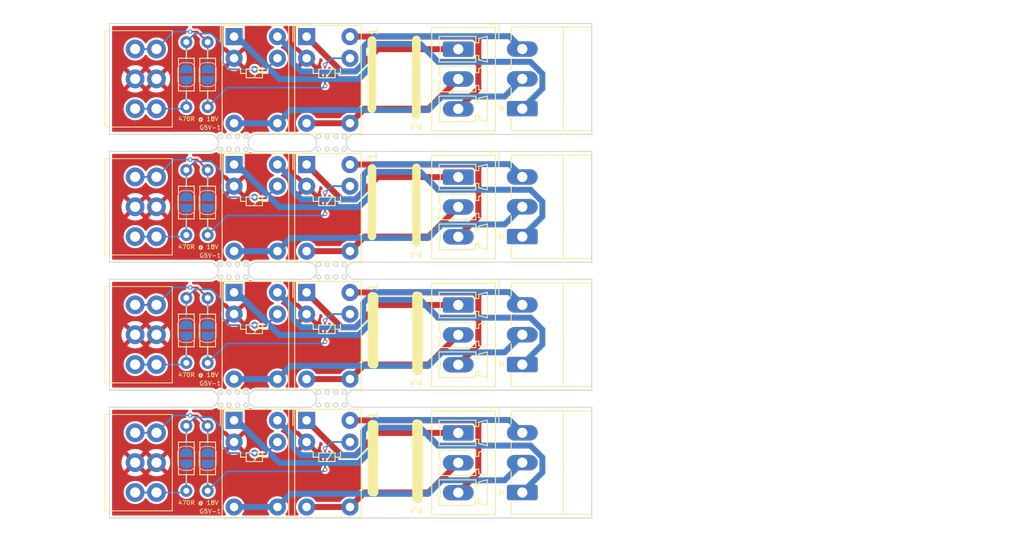
<source format=kicad_pcb>
(kicad_pcb (version 20240108) (generator "pcbnew") (generator_version "8.0")
  (layers (0 "F.Cu" signal) (31 "B.Cu" signal) (34 "B.Paste" user) (35 "F.Paste" user) (36 "B.SilkS" user "B.Silkscreen") (37 "F.SilkS" user "F.Silkscreen") (38 "B.Mask" user) (39 "F.Mask" user) (44 "Edge.Cuts" user))
  (net 0 "")
  (net 1 "/relay1/Coil2")
  (net 2 "/relay1/Coil1")
  (net 3 "+12V")
  (net 4 "Net-(J4-Pin_2)")
  (net 5 "Net-(J4-Pin_1)")
  (net 6 "Net-(J4-Pin_3)")
  (net 7 "Net-(J5-Pin_2)")
  (net 8 "Net-(J5-Pin_1)")
  (net 9 "Net-(J5-Pin_3)")
  (net 10 "/relay2/Coil2")
  (net 11 "/relay2/Coil1")
  (net 12 "Net-(J3-Pin_2)")
  (net 13 "Net-(J3-Pin_3)")
  (net 14 "Net-(J3-Pin_1)")
  (net 15 "Net-(J6-Pin_1)")
  (net 16 "Net-(J6-Pin_3)")
  (net 17 "Net-(J6-Pin_2)")
  (net 18 "/relay3/Coil1")
  (net 19 "/relay3/Coil2")
  (net 20 "Net-(J8-Pin_2)")
  (net 21 "Net-(J8-Pin_3)")
  (net 22 "Net-(J8-Pin_1)")
  (net 23 "Net-(J9-Pin_2)")
  (net 24 "Net-(J9-Pin_1)")
  (net 25 "Net-(J9-Pin_3)")
  (net 26 "/relay4/Coil1")
  (net 27 "/relay4/Coil2")
  (net 28 "Net-(J11-Pin_3)")
  (net 29 "Net-(J11-Pin_1)")
  (net 30 "Net-(J11-Pin_2)")
  (net 31 "Net-(J12-Pin_2)")
  (net 32 "Net-(J12-Pin_1)")
  (net 33 "Net-(J12-Pin_3)")
  (net 34 "Net-(JP201-B)")
  (net 35 "Net-(JP202-B)")
  (net 36 "Net-(JP301-B)")
  (net 37 "Net-(JP302-B)")
  (net 38 "Net-(JP401-B)")
  (net 39 "Net-(JP402-B)")
  (net 40 "Net-(JP501-B)")
  (net 41 "Net-(JP502-B)")
  (footprint "Connector_Phoenix_MC:PhoenixContact_MC_1,5_3-G-3.5_1x03_P3.50mm_Horizontal" (layer "F.Cu") (at 151.3575 97.5 90)
    (property "Reference" "J11" (hide yes))
    (property "Value" "Screw_Terminal_01x03")
  )
  (footprint "Resistor_THT:R_Axial_DIN0204_L3.6mm_D1.6mm_P7.62mm_Horizontal" (layer "F.Cu") (at 114.5 59.69 -90)
    (property "Reference" "R202" (hide yes))
    (property "Value" "470R")
  )
  (footprint "Relay_THT:Relay_SPDT_Omron_G5V-1" (layer "F.Cu") (at 117.5925 74.0425)
    (property "Reference" "K401" (hide yes))
    (property "Value" "G5V-1")
  )
  (footprint "Relay_THT:Relay_SPDT_Omron_G5V-1" (layer "F.Cu") (at 117.5925 89.0425)
    (property "Reference" "K501" (hide yes))
    (property "Value" "G5V-1")
  )
  (footprint "Resistor_THT:R_Axial_DIN0204_L3.6mm_D1.6mm_P7.62mm_Horizontal" (layer "F.Cu") (at 112 97.31 90)
    (property "Reference" "R501" (hide yes))
    (property "Value" "470R")
  )
  (footprint "Relay_THT:Relay_SPDT_Omron_G5V-1" (layer "F.Cu") (at 126.0925 44.0425)
    (property "Reference" "K302" (hide yes))
    (property "Value" "G5V-1")
  )
  (footprint "custom_kicad_lib_sk:connector_3.50mm_3P horizontal_MALE" (layer "F.Cu") (at 108.5 49 -90)
    (property "Reference" "J2" (hide yes))
    (property "Value" "Screw_Terminal_01x03" (hide yes))
  )
  (footprint "Resistor_THT:R_Axial_DIN0204_L3.6mm_D1.6mm_P7.62mm_Horizontal" (layer "F.Cu") (at 114.5 89.69 -90)
    (property "Reference" "R502" (hide yes))
    (property "Value" "470R")
  )
  (footprint "custom_kicad_lib_sk:mousebite" (layer "F.Cu") (at 117.5 56.5)
    (property "Reference" "REF**" (hide yes))
    (property "Value" "mousebite")
    (fp_arc (start -2.75 -1) (mid -1.75 0) (end -2.75 1) (stroke (width 0.12)) (layer "Edge.Cuts"))
    (fp_arc (start 2.75 1) (mid 1.75 0) (end 2.75 -1) (stroke (width 0.12)) (layer "Edge.Cuts"))
    (fp_circle (center -1.5 -0.75) (end -1.25 -0.75) (stroke (width 0.12)) (fill none) (layer "Edge.Cuts"))
    (fp_circle (center -1.5 0.75) (end -1.25 0.75) (stroke (width 0.12)) (fill none) (layer "Edge.Cuts"))
    (fp_circle (center -0.5 -0.75) (end -0.25 -0.75) (stroke (width 0.12)) (fill none) (layer "Edge.Cuts"))
    (fp_circle (center -0.5 0.75) (end -0.25 0.75) (stroke (width 0.12)) (fill none) (layer "Edge.Cuts"))
    (fp_circle (center 0.5 -0.75) (end 0.75 -0.75) (stroke (width 0.12)) (fill none) (layer "Edge.Cuts"))
    (fp_circle (center 0.5 0.75) (end 0.75 0.75) (stroke (width 0.12)) (fill none) (layer "Edge.Cuts"))
    (fp_circle (center 1.5 -0.75) (end 1.75 -0.75) (stroke (width 0.12)) (fill none) (layer "Edge.Cuts"))
    (fp_circle (center 1.5 0.75) (end 1.75 0.75) (stroke (width 0.12)) (fill none) (layer "Edge.Cuts"))
  )
  (footprint "custom_kicad_lib_sk:mousebite" (layer "F.Cu") (at 129 86.5)
    (property "Reference" "REF**" (hide yes))
    (property "Value" "mousebite")
    (fp_arc (start -2.75 -1) (mid -1.75 0) (end -2.75 1) (stroke (width 0.12)) (layer "Edge.Cuts"))
    (fp_arc (start 2.75 1) (mid 1.75 0) (end 2.75 -1) (stroke (width 0.12)) (layer "Edge.Cuts"))
    (fp_circle (center -1.5 -0.75) (end -1.25 -0.75) (stroke (width 0.12)) (fill none) (layer "Edge.Cuts"))
    (fp_circle (center -1.5 0.75) (end -1.25 0.75) (stroke (width 0.12)) (fill none) (layer "Edge.Cuts"))
    (fp_circle (center -0.5 -0.75) (end -0.25 -0.75) (stroke (width 0.12)) (fill none) (layer "Edge.Cuts"))
    (fp_circle (center -0.5 0.75) (end -0.25 0.75) (stroke (width 0.12)) (fill none) (layer "Edge.Cuts"))
    (fp_circle (center 0.5 -0.75) (end 0.75 -0.75) (stroke (width 0.12)) (fill none) (layer "Edge.Cuts"))
    (fp_circle (center 0.5 0.75) (end 0.75 0.75) (stroke (width 0.12)) (fill none) (layer "Edge.Cuts"))
    (fp_circle (center 1.5 -0.75) (end 1.75 -0.75) (stroke (width 0.12)) (fill none) (layer "Edge.Cuts"))
    (fp_circle (center 1.5 0.75) (end 1.75 0.75) (stroke (width 0.12)) (fill none) (layer "Edge.Cuts"))
  )
  (footprint "Relay_THT:Relay_SPDT_Omron_G5V-1" (layer "F.Cu") (at 117.5925 59.0425)
    (property "Reference" "K201" (hide yes))
    (property "Value" "G5V-1")
  )
  (footprint "custom_kicad_lib_sk:mousebite" (layer "F.Cu") (at 129 71.5)
    (property "Reference" "REF**" (hide yes))
    (property "Value" "mousebite")
    (fp_arc (start -2.75 -1) (mid -1.75 0) (end -2.75 1) (stroke (width 0.12)) (layer "Edge.Cuts"))
    (fp_arc (start 2.75 1) (mid 1.75 0) (end 2.75 -1) (stroke (width 0.12)) (layer "Edge.Cuts"))
    (fp_circle (center -1.5 -0.75) (end -1.25 -0.75) (stroke (width 0.12)) (fill none) (layer "Edge.Cuts"))
    (fp_circle (center -1.5 0.75) (end -1.25 0.75) (stroke (width 0.12)) (fill none) (layer "Edge.Cuts"))
    (fp_circle (center -0.5 -0.75) (end -0.25 -0.75) (stroke (width 0.12)) (fill none) (layer "Edge.Cuts"))
    (fp_circle (center -0.5 0.75) (end -0.25 0.75) (stroke (width 0.12)) (fill none) (layer "Edge.Cuts"))
    (fp_circle (center 0.5 -0.75) (end 0.75 -0.75) (stroke (width 0.12)) (fill none) (layer "Edge.Cuts"))
    (fp_circle (center 0.5 0.75) (end 0.75 0.75) (stroke (width 0.12)) (fill none) (layer "Edge.Cuts"))
    (fp_circle (center 1.5 -0.75) (end 1.75 -0.75) (stroke (width 0.12)) (fill none) (layer "Edge.Cuts"))
    (fp_circle (center 1.5 0.75) (end 1.75 0.75) (stroke (width 0.12)) (fill none) (layer "Edge.Cuts"))
  )
  (footprint "custom_kicad_lib_sk:connector_3.50mm_3P horizontal_MALE" (layer "F.Cu") (at 108.5 79 -90)
    (property "Reference" "J7" (hide yes))
    (property "Value" "Screw_Terminal_01x03" (hide yes))
  )
  (footprint "Connector_Phoenix_MC:PhoenixContact_MC_1,5_3-G-3.5_1x03_P3.50mm_Horizontal" (layer "F.Cu") (at 151.3575 67.5 90)
    (property "Reference" "J4" (hide yes))
    (property "Value" "Screw_Terminal_01x03")
  )
  (footprint "MountingHole:MountingHole_3.2mm_M3" (layer "F.Cu") (at 136.5 49)
    (property "Reference" "REF**" (hide yes))
    (property "Value" "MountingHole_3.2mm_M3")
  )
  (footprint "Relay_THT:Relay_SPDT_Omron_G5V-1" (layer "F.Cu") (at 117.5925 44.0425)
    (property "Reference" "K301" (hide yes))
    (property "Value" "G5V-1")
  )
  (footprint "Connector_Phoenix_MC:PhoenixContact_MC_1,5_3-G-3.5_1x03_P3.50mm_Horizontal" (layer "F.Cu") (at 151.3575 82.5 90)
    (property "Reference" "J8" (hide yes))
    (property "Value" "Screw_Terminal_01x03")
  )
  (footprint "Resistor_THT:R_Axial_DIN0204_L3.6mm_D1.6mm_P7.62mm_Horizontal" (layer "F.Cu") (at 112 52.31 90)
    (property "Reference" "R301" (hide yes))
    (property "Value" "470R")
  )
  (footprint "custom_kicad_lib_sk:connector_3.50mm_3P horizontal_MALE" (layer "F.Cu") (at 108.5 94 -90)
    (property "Reference" "J10" (hide yes))
    (property "Value" "Screw_Terminal_01x03" (hide yes))
  )
  (footprint "Connector_Phoenix_MC:PhoenixContact_MCV_1,5_3-G-3.5_1x03_P3.50mm_Vertical" (layer "F.Cu") (at 143.8575 75.5175 -90)
    (property "Reference" "J9" (hide yes))
    (property "Value" "Screw_Terminal_01x03")
  )
  (footprint "MountingHole:MountingHole_3.2mm_M3" (layer "F.Cu") (at 136.5 79)
    (property "Reference" "REF**" (hide yes))
    (property "Value" "MountingHole_3.2mm_M3")
  )
  (footprint "Resistor_THT:R_Axial_DIN0204_L3.6mm_D1.6mm_P7.62mm_Horizontal" (layer "F.Cu") (at 114.5 44.69 -90)
    (property "Reference" "R302" (hide yes))
    (property "Value" "470R")
  )
  (footprint "custom_kicad_lib_sk:mousebite" (layer "F.Cu") (at 117.5 71.5)
    (property "Reference" "REF**" (hide yes))
    (property "Value" "mousebite")
    (fp_arc (start -2.75 -1) (mid -1.75 0) (end -2.75 1) (stroke (width 0.12)) (layer "Edge.Cuts"))
    (fp_arc (start 2.75 1) (mid 1.75 0) (end 2.75 -1) (stroke (width 0.12)) (layer "Edge.Cuts"))
    (fp_circle (center -1.5 -0.75) (end -1.25 -0.75) (stroke (width 0.12)) (fill none) (layer "Edge.Cuts"))
    (fp_circle (center -1.5 0.75) (end -1.25 0.75) (stroke (width 0.12)) (fill none) (layer "Edge.Cuts"))
    (fp_circle (center -0.5 -0.75) (end -0.25 -0.75) (stroke (width 0.12)) (fill none) (layer "Edge.Cuts"))
    (fp_circle (center -0.5 0.75) (end -0.25 0.75) (stroke (width 0.12)) (fill none) (layer "Edge.Cuts"))
    (fp_circle (center 0.5 -0.75) (end 0.75 -0.75) (stroke (width 0.12)) (fill none) (layer "Edge.Cuts"))
    (fp_circle (center 0.5 0.75) (end 0.75 0.75) (stroke (width 0.12)) (fill none) (layer "Edge.Cuts"))
    (fp_circle (center 1.5 -0.75) (end 1.75 -0.75) (stroke (width 0.12)) (fill none) (layer "Edge.Cuts"))
    (fp_circle (center 1.5 0.75) (end 1.75 0.75) (stroke (width 0.12)) (fill none) (layer "Edge.Cuts"))
  )
  (footprint "Connector_Phoenix_MC:PhoenixContact_MCV_1,5_3-G-3.5_1x03_P3.50mm_Vertical" (layer "F.Cu") (at 143.8575 90.5175 -90)
    (property "Reference" "J12" (hide yes))
    (property "Value" "Screw_Terminal_01x03")
  )
  (footprint "Relay_THT:Relay_SPDT_Omron_G5V-1" (layer "F.Cu") (at 126.0925 89.0425)
    (property "Reference" "K502" (hide yes))
    (property "Value" "G5V-1")
  )
  (footprint "custom_kicad_lib_sk:connector_3.50mm_3P horizontal_MALE" (layer "F.Cu") (at 108.5 64 -90)
    (property "Reference" "J1" (hide yes))
    (property "Value" "Screw_Terminal_01x03" (hide yes))
  )
  (footprint "Connector_Phoenix_MC:PhoenixContact_MCV_1,5_3-G-3.5_1x03_P3.50mm_Vertical" (layer "F.Cu") (at 143.8575 45.5175 -90)
    (property "Reference" "J6" (hide yes))
    (property "Value" "Screw_Terminal_01x03")
  )
  (footprint "Relay_THT:Relay_SPDT_Omron_G5V-1" (layer "F.Cu") (at 126.0925 74.0425)
    (property "Reference" "K402" (hide yes))
    (property "Value" "G5V-1")
  )
  (footprint "Resistor_THT:R_Axial_DIN0204_L3.6mm_D1.6mm_P7.62mm_Horizontal" (layer "F.Cu") (at 112 82.31 90)
    (property "Reference" "R401" (hide yes))
    (property "Value" "470R")
  )
  (footprint "Relay_THT:Relay_SPDT_Omron_G5V-1" (layer "F.Cu") (at 126.0925 59.0425)
    (property "Reference" "K202" (hide yes))
    (property "Value" "G5V-1")
  )
  (footprint "custom_kicad_lib_sk:mousebite" (layer "F.Cu") (at 129 56.5)
    (property "Reference" "REF**" (hide yes))
    (property "Value" "mousebite")
    (fp_arc (start -2.75 -1) (mid -1.75 0) (end -2.75 1) (stroke (width 0.12)) (layer "Edge.Cuts"))
    (fp_arc (start 2.75 1) (mid 1.75 0) (end 2.75 -1) (stroke (width 0.12)) (layer "Edge.Cuts"))
    (fp_circle (center -1.5 -0.75) (end -1.25 -0.75) (stroke (width 0.12)) (fill none) (layer "Edge.Cuts"))
    (fp_circle (center -1.5 0.75) (end -1.25 0.75) (stroke (width 0.12)) (fill none) (layer "Edge.Cuts"))
    (fp_circle (center -0.5 -0.75) (end -0.25 -0.75) (stroke (width 0.12)) (fill none) (layer "Edge.Cuts"))
    (fp_circle (center -0.5 0.75) (end -0.25 0.75) (stroke (width 0.12)) (fill none) (layer "Edge.Cuts"))
    (fp_circle (center 0.5 -0.75) (end 0.75 -0.75) (stroke (width 0.12)) (fill none) (layer "Edge.Cuts"))
    (fp_circle (center 0.5 0.75) (end 0.75 0.75) (stroke (width 0.12)) (fill none) (layer "Edge.Cuts"))
    (fp_circle (center 1.5 -0.75) (end 1.75 -0.75) (stroke (width 0.12)) (fill none) (layer "Edge.Cuts"))
    (fp_circle (center 1.5 0.75) (end 1.75 0.75) (stroke (width 0.12)) (fill none) (layer "Edge.Cuts"))
  )
  (footprint "MountingHole:MountingHole_3.2mm_M3" (layer "F.Cu") (at 136.5 94)
    (property "Reference" "REF**" (hide yes))
    (property "Value" "MountingHole_3.2mm_M3")
  )
  (footprint "Resistor_THT:R_Axial_DIN0204_L3.6mm_D1.6mm_P7.62mm_Horizontal" (layer "F.Cu") (at 114.5 74.69 -90)
    (property "Reference" "R402" (hide yes))
    (property "Value" "470R")
  )
  (footprint "Resistor_THT:R_Axial_DIN0204_L3.6mm_D1.6mm_P7.62mm_Horizontal" (layer "F.Cu") (at 112 67.31 90)
    (property "Reference" "R201" (hide yes))
    (property "Value" "470R")
  )
  (footprint "custom_kicad_lib_sk:mousebite" (layer "F.Cu") (at 117.5 86.5)
    (property "Reference" "REF**" (hide yes))
    (property "Value" "mousebite")
    (fp_arc (start -2.75 -1) (mid -1.75 0) (end -2.75 1) (stroke (width 0.12)) (layer "Edge.Cuts"))
    (fp_arc (start 2.75 1) (mid 1.75 0) (end 2.75 -1) (stroke (width 0.12)) (layer "Edge.Cuts"))
    (fp_circle (center -1.5 -0.75) (end -1.25 -0.75) (stroke (width 0.12)) (fill none) (layer "Edge.Cuts"))
    (fp_circle (center -1.5 0.75) (end -1.25 0.75) (stroke (width 0.12)) (fill none) (layer "Edge.Cuts"))
    (fp_circle (center -0.5 -0.75) (end -0.25 -0.75) (stroke (width 0.12)) (fill none) (layer "Edge.Cuts"))
    (fp_circle (center -0.5 0.75) (end -0.25 0.75) (stroke (width 0.12)) (fill none) (layer "Edge.Cuts"))
    (fp_circle (center 0.5 -0.75) (end 0.75 -0.75) (stroke (width 0.12)) (fill none) (layer "Edge.Cuts"))
    (fp_circle (center 0.5 0.75) (end 0.75 0.75) (stroke (width 0.12)) (fill none) (layer "Edge.Cuts"))
    (fp_circle (center 1.5 -0.75) (end 1.75 -0.75) (stroke (width 0.12)) (fill none) (layer "Edge.Cuts"))
    (fp_circle (center 1.5 0.75) (end 1.75 0.75) (stroke (width 0.12)) (fill none) (layer "Edge.Cuts"))
  )
  (footprint "Connector_Phoenix_MC:PhoenixContact_MCV_1,5_3-G-3.5_1x03_P3.50mm_Vertical" (layer "F.Cu") (at 143.8575 60.5175 -90)
    (property "Reference" "J5" (hide yes))
    (property "Value" "Screw_Terminal_01x03")
  )
  (footprint "Connector_Phoenix_MC:PhoenixContact_MC_1,5_3-G-3.5_1x03_P3.50mm_Horizontal" (layer "F.Cu") (at 151.3575 52.5 90)
    (property "Reference" "J3" (hide yes))
    (property "Value" "Screw_Terminal_01x03")
  )
  (footprint "MountingHole:MountingHole_3.2mm_M3" (layer "F.Cu") (at 136.5 64)
    (property "Reference" "REF**" (hide yes))
    (property "Value" "MountingHole_3.2mm_M3")
  )
  (footprint "Jumper:SolderJumper-2_P1.3mm_Open_RoundedPad1.0x1.5mm" (layer "B.Cu") (at 114.5 63.5 -90)
    (property "Reference" "JP202" (hide yes))
    (property "Value" "SolderJumper_2_Open")
  )
  (footprint "Jumper:SolderJumper-2_P1.3mm_Open_RoundedPad1.0x1.5mm" (layer "B.Cu") (at 114.5 93.5 -90)
    (property "Reference" "JP502" (hide yes))
    (property "Value" "SolderJumper_2_Open")
  )
  (footprint "Jumper:SolderJumper-2_P1.3mm_Open_RoundedPad1.0x1.5mm" (layer "B.Cu") (at 114.5 78.5 -90)
    (property "Reference" "JP402" (hide yes))
    (property "Value" "SolderJumper_2_Open")
  )
  (footprint "Jumper:SolderJumper-2_P1.3mm_Open_RoundedPad1.0x1.5mm" (layer "B.Cu") (at 112 93.5 90)
    (property "Reference" "JP501" (hide yes))
    (property "Value" "SolderJumper_2_Open")
  )
  (footprint "Jumper:SolderJumper-2_P1.3mm_Open_RoundedPad1.0x1.5mm" (layer "B.Cu") (at 112 78.5 90)
    (property "Reference" "JP401" (hide yes))
    (property "Value" "SolderJumper_2_Open")
  )
  (footprint "Jumper:SolderJumper-2_P1.3mm_Open_RoundedPad1.0x1.5mm" (layer "B.Cu") (at 112 48.5 90)
    (property "Reference" "JP301" (hide yes))
    (property "Value" "SolderJumper_2_Open")
  )
  (footprint "Jumper:SolderJumper-2_P1.3mm_Open_RoundedPad1.0x1.5mm" (layer "B.Cu") (at 112 63.5 90)
    (property "Reference" "JP201" (hide yes))
    (property "Value" "SolderJumper_2_Open")
  )
  (footprint "Jumper:SolderJumper-2_P1.3mm_Open_RoundedPad1.0x1.5mm" (layer "B.Cu") (at 114.5 48.5 -90)
    (property "Reference" "JP302" (hide yes))
    (property "Value" "SolderJumper_2_Open")
  )
  (gr_line (start 134 74.5395) (end 134 82.4605) (stroke (width 1)) (layer "F.SilkS"))
  (gr_line (start 138.957 89.421) (end 138.957 98.215) (stroke (width 1)) (layer "F.SilkS"))
  (gr_line (start 133.75 44.5) (end 133.75 52.421) (stroke (width 1)) (layer "F.SilkS"))
  (gr_line (start 138.957 74.421) (end 138.957 83.215) (stroke (width 1)) (layer "F.SilkS"))
  (gr_line (start 138.93 44.5) (end 138.93 53.294) (stroke (width 1)) (layer "F.SilkS"))
  (gr_line (start 133.75 59.5) (end 133.75 67.421) (stroke (width 1)) (layer "F.SilkS"))
  (gr_line (start 133.75 74.5) (end 133.75 82.421) (stroke (width 1)) (layer "F.SilkS"))
  (gr_line (start 138.957 59.421) (end 138.957 68.215) (stroke (width 1)) (layer "F.SilkS"))
  (gr_line (start 134 89.5395) (end 134 97.4605) (stroke (width 1)) (layer "F.SilkS"))
  (gr_line (start 133.723 44.579) (end 133.723 52.5) (stroke (width 1)) (layer "F.SilkS"))
  (gr_line (start 139.207 74.4605) (end 139.207 83.2545) (stroke (width 1)) (layer "F.SilkS"))
  (gr_line (start 133.75 89.5) (end 133.75 97.421) (stroke (width 1)) (layer "F.SilkS"))
  (gr_line (start 138.957 44.421) (end 138.957 53.215) (stroke (width 1)) (layer "F.SilkS"))
  (gr_line (start 139.207 89.4605) (end 139.207 98.2545) (stroke (width 1)) (layer "F.SilkS"))
  (gr_line (start 114.75 100.5) (end 159.5 100.5) (stroke (width 0.1)) (layer "Edge.Cuts"))
  (gr_line (start 114.75 85.5) (end 103 85.5) (stroke (width 0.1)) (layer "Edge.Cuts"))
  (gr_line (start 103 72.5) (end 103 85.5) (stroke (width 0.1)) (layer "Edge.Cuts"))
  (gr_line (start 120.25 72.5) (end 126.25 72.5) (stroke (width 0.1)) (layer "Edge.Cuts"))
  (gr_line (start 120.25 55.5) (end 126.25 55.5) (stroke (width 0.1)) (layer "Edge.Cuts"))
  (gr_line (start 114.75 42.5) (end 159.5 42.5) (stroke (width 0.1)) (layer "Edge.Cuts"))
  (gr_line (start 131.75 55.5) (end 159.5 55.5) (stroke (width 0.1)) (layer "Edge.Cuts"))
  (gr_line (start 131.75 72.5) (end 159.5 72.5) (stroke (width 0.1)) (layer "Edge.Cuts"))
  (gr_line (start 103 42.5) (end 103 55.5) (stroke (width 0.1)) (layer "Edge.Cuts"))
  (gr_line (start 114.75 87.5) (end 103 87.5) (stroke (width 0.1)) (layer "Edge.Cuts"))
  (gr_line (start 159.5 70.5) (end 159.5 57.5) (stroke (width 0.1)) (layer "Edge.Cuts"))
  (gr_line (start 131.75 70.5) (end 159.5 70.5) (stroke (width 0.1)) (layer "Edge.Cuts"))
  (gr_line (start 114.75 85.5) (end 103 85.5) (stroke (width 0.1)) (layer "Edge.Cuts"))
  (gr_line (start 131.75 57.5) (end 159.5 57.5) (stroke (width 0.1)) (layer "Edge.Cuts"))
  (gr_line (start 131.75 55.5) (end 159.5 55.5) (stroke (width 0.1)) (layer "Edge.Cuts"))
  (gr_line (start 131.75 87.5) (end 159.5 87.5) (stroke (width 0.1)) (layer "Edge.Cuts"))
  (gr_line (start 114.75 57.5) (end 103 57.5) (stroke (width 0.1)) (layer "Edge.Cuts"))
  (gr_line (start 114.75 55.5) (end 103 55.5) (stroke (width 0.1)) (layer "Edge.Cuts"))
  (gr_line (start 120.25 57.5) (end 126.25 57.5) (stroke (width 0.1)) (layer "Edge.Cuts"))
  (gr_line (start 120.25 87.5) (end 126.25 87.5) (stroke (width 0.1)) (layer "Edge.Cuts"))
  (gr_line (start 159.5 55.5) (end 159.5 42.5) (stroke (width 0.1)) (layer "Edge.Cuts"))
  (gr_line (start 120.25 85.5) (end 126.25 85.5) (stroke (width 0.1)) (layer "Edge.Cuts"))
  (gr_line (start 131.75 85.5) (end 159.5 85.5) (stroke (width 0.1)) (layer "Edge.Cuts"))
  (gr_line (start 114.75 72.5) (end 103 72.5) (stroke (width 0.1)) (layer "Edge.Cuts"))
  (gr_line (start 114.75 100.5) (end 103 100.5) (stroke (width 0.1)) (layer "Edge.Cuts"))
  (gr_line (start 159.5 100.5) (end 159.5 87.5) (stroke (width 0.1)) (layer "Edge.Cuts"))
  (gr_line (start 159.5 85.5) (end 159.5 72.5) (stroke (width 0.1)) (layer "Edge.Cuts"))
  (gr_line (start 120.25 55.5) (end 126.25 55.5) (stroke (width 0.1)) (layer "Edge.Cuts"))
  (gr_line (start 114.75 70.5) (end 103 70.5) (stroke (width 0.1)) (layer "Edge.Cuts"))
  (gr_line (start 114.75 42.5) (end 103 42.5) (stroke (width 0.1)) (layer "Edge.Cuts"))
  (gr_line (start 120.25 100.5) (end 126.25 100.5) (stroke (width 0.1)) (layer "Edge.Cuts"))
  (gr_line (start 120.25 70.5) (end 126.25 70.5) (stroke (width 0.1)) (layer "Edge.Cuts"))
  (gr_line (start 103 87.5) (end 103 100.5) (stroke (width 0.1)) (layer "Edge.Cuts"))
  (gr_line (start 120.25 85.5) (end 126.25 85.5) (stroke (width 0.1)) (layer "Edge.Cuts"))
  (gr_line (start 114.75 55.5) (end 103 55.5) (stroke (width 0.1)) (layer "Edge.Cuts"))
  (gr_line (start 103 57.5) (end 103 70.5) (stroke (width 0.1)) (layer "Edge.Cuts"))
  (gr_line (start 114.75 100.5) (end 103 100.5) (stroke (width 0.1)) (layer "Edge.Cuts"))
  (gr_line (start 131.75 100.5) (end 159.5 100.5) (stroke (width 0.1)) (layer "Edge.Cuts"))
  (gr_line (start 131.75 85.5) (end 159.5 85.5) (stroke (width 0.1)) (layer "Edge.Cuts"))
  (gr_text "2" (at 139.565 55.223 90) (layer "F.SilkS") (effects (font (size 1 1)) (justify left bottom)))
  (gr_text "G5V-1" (at 113.5 55 0) (layer "F.SilkS") (effects (font (size 0.5 0.5) (thickness 0.075)) (justify left bottom)))
  (gr_text "1" (at 134.5 44 90) (layer "F.SilkS") (effects (font (size 1 1)) (justify left bottom)))
  (gr_text "1" (at 134.5 74 90) (layer "F.SilkS") (effects (font (size 1 1)) (justify left bottom)))
  (gr_text "G5V-1" (at 113.5 70 0) (layer "F.SilkS") (effects (font (size 0.5 0.5) (thickness 0.075)) (justify left bottom)))
  (gr_text "2" (at 139.565 100.223 90) (layer "F.SilkS") (effects (font (size 1 1)) (justify left bottom)))
  (gr_text "2" (at 139.565 100.223 90) (layer "F.SilkS") (effects (font (size 1 1)) (justify left bottom)))
  (gr_text "470R @ 18V" (at 111 99 0) (layer "F.SilkS") (effects (font (size 0.5 0.5) (thickness 0.075)) (justify left bottom)))
  (gr_text "2" (at 139.565 85.223 90) (layer "F.SilkS") (effects (font (size 1 1)) (justify left bottom)))
  (gr_text "2" (at 139.565 70.223 90) (layer "F.SilkS") (effects (font (size 1 1)) (justify left bottom)))
  (gr_text "2" (at 139.565 85.223 90) (layer "F.SilkS") (effects (font (size 1 1)) (justify left bottom)))
  (gr_text "470R @ 18V" (at 111 69 0) (layer "F.SilkS") (effects (font (size 0.5 0.5) (thickness 0.075)) (justify left bottom)))
  (gr_text "470R @ 18V" (at 111 54 0) (layer "F.SilkS") (effects (font (size 0.5 0.5) (thickness 0.075)) (justify left bottom)))
  (gr_text "G5V-1" (at 113.5 100 0) (layer "F.SilkS") (effects (font (size 0.5 0.5) (thickness 0.075)) (justify left bottom)))
  (gr_text "1" (at 134.5 89 90) (layer "F.SilkS") (effects (font (size 1 1)) (justify left bottom)))
  (gr_text "470R @ 18V" (at 111 84 0) (layer "F.SilkS") (effects (font (size 0.5 0.5) (thickness 0.075)) (justify left bottom)))
  (gr_text "2" (at 139.565 55.223 90) (layer "F.SilkS") (effects (font (size 1 1)) (justify left bottom)))
  (gr_text "G5V-1" (at 113.5 85 0) (layer "F.SilkS") (effects (font (size 0.5 0.5) (thickness 0.075)) (justify left bottom)))
  (gr_text "1" (at 134.358 58.666 90) (layer "F.SilkS") (effects (font (size 1 1)) (justify left bottom)))
  (segment (start 111.81 67.5) (end 112 67.31) (width 0.2) (layer "F.Cu") (net 1))
  (segment (start 112 64.15) (end 112 67.31) (width 0.2) (layer "B.Cu") (net 1))
  (segment (start 111.81 67.5) (end 112 67.31) (width 0.2) (layer "B.Cu") (net 1))
  (segment (start 106 67.5) (end 111.81 67.5) (width 0.2) (layer "B.Cu") (net 1))
  (segment (start 114.5 59.69) (end 113.270471 58.460471) (width 0.2) (layer "F.Cu") (net 2))
  (segment (start 113.270471 58.460471) (end 112.45171 58.460471) (width 0.2) (layer "F.Cu") (net 2))
  (via (at 112.45171 58.460471) (size 0.5) (drill 0.3) (layers "F.Cu" "B.Cu") (net 2))
  (segment (start 108.5 60.5) (end 106 60.5) (width 0.2) (layer "B.Cu") (net 2))
  (segment (start 114.5 62.85) (end 114.5 59.69) (width 0.2) (layer "B.Cu") (net 2))
  (segment (start 110.539529 58.460471) (end 108.5 60.5) (width 0.2) (layer "B.Cu") (net 2))
  (segment (start 112.45171 58.460471) (end 110.539529 58.460471) (width 0.2) (layer "B.Cu") (net 2))
  (segment (start 124.2225 67.6525) (end 122.6725 69.2025) (width 0.7) (layer "B.Cu") (net 4))
  (segment (start 149.29 66.0675) (end 141.9325 66.0675) (width 0.7) (layer "B.Cu") (net 4))
  (segment (start 122.6725 69.2025) (end 117.5925 69.2025) (width 0.7) (layer "B.Cu") (net 4))
  (segment (start 151.3575 64) (end 149.29 66.0675) (width 0.7) (layer "B.Cu") (net 4))
  (segment (start 140.3475 67.6525) (end 124.2225 67.6525) (width 0.7) (layer "B.Cu") (net 4))
  (segment (start 141.9325 66.0675) (end 140.3475 67.6525) (width 0.7) (layer "B.Cu") (net 4))
  (segment (start 153.7075 63.39939) (end 152.30811 62) (width 0.7) (layer "B.Cu") (net 5))
  (segment (start 139.4 59.9) (end 134.372792 59.9) (width 0.7) (layer "B.Cu") (net 5))
  (segment (start 134.372792 59.9) (end 133.6225 60.650292) (width 0.7) (layer "B.Cu") (net 5))
  (segment (start 122.930468 64.0325) (end 117.940468 59.0425) (width 0.7) (layer "B.Cu") (net 5))
  (segment (start 133.6225 60.650292) (end 133.6225 62.597324) (width 0.7) (layer "B.Cu") (net 5))
  (segment (start 141.5 62) (end 139.4 59.9) (width 0.7) (layer "B.Cu") (net 5))
  (segment (start 117.940468 59.0425) (end 117.5925 59.0425) (width 0.7) (layer "B.Cu") (net 5))
  (segment (start 132.187324 64.0325) (end 122.930468 64.0325) (width 0.7) (layer "B.Cu") (net 5))
  (segment (start 153.7075 65.15) (end 153.7075 63.39939) (width 0.7) (layer "B.Cu") (net 5))
  (segment (start 152.30811 62) (end 141.5 62) (width 0.7) (layer "B.Cu") (net 5))
  (segment (start 151.3575 67.5) (end 153.7075 65.15) (width 0.7) (layer "B.Cu") (net 5))
  (segment (start 133.6225 62.597324) (end 132.187324 64.0325) (width 0.7) (layer "B.Cu") (net 5))
  (segment (start 134 59) (end 132.7225 60.2775) (width 0.7) (layer "B.Cu") (net 6))
  (segment (start 124.5 62.182032) (end 124.5 60.87) (width 0.7) (layer "B.Cu") (net 6))
  (segment (start 149.8575 59) (end 134 59) (width 0.7) (layer "B.Cu") (net 6))
  (segment (start 151.3575 60.5) (end 149.8575 59) (width 0.7) (layer "B.Cu") (net 6))
  (segment (start 125.450468 63.1325) (end 124.5 62.182032) (width 0.7) (layer "B.Cu") (net 6))
  (segment (start 132.7225 60.2775) (end 132.7225 62.224532) (width 0.7) (layer "B.Cu") (net 6))
  (segment (start 131.814532 63.1325) (end 125.450468 63.1325) (width 0.7) (layer "B.Cu") (net 6))
  (segment (start 124.5 60.87) (end 122.6725 59.0425) (width 0.7) (layer "B.Cu") (net 6))
  (segment (start 132.7225 62.224532) (end 131.814532 63.1325) (width 0.7) (layer "B.Cu") (net 6))
  (segment (start 131.1725 69.2025) (end 126.0925 69.2025) (width 0.7) (layer "F.Cu") (net 7))
  (segment (start 143.8575 64.0175) (end 140.375 67.5) (width 0.7) (layer "F.Cu") (net 7))
  (segment (start 140.375 67.5) (end 132.875 67.5) (width 0.7) (layer "F.Cu") (net 7))
  (segment (start 132.875 67.5) (end 131.1725 69.2025) (width 0.7) (layer "F.Cu") (net 7))
  (segment (start 130.1825 63.1325) (end 126.0925 59.0425) (width 0.7) (layer "F.Cu") (net 8))
  (segment (start 134.429532 60.5175) (end 131.814532 63.1325) (width 0.7) (layer "F.Cu") (net 8))
  (segment (start 131.814532 63.1325) (end 130.1825 63.1325) (width 0.7) (layer "F.Cu") (net 8))
  (segment (start 143.8575 60.5175) (end 134.429532 60.5175) (width 0.7) (layer "F.Cu") (net 8))
  (segment (start 146.2075 59.529202) (end 145.720798 59.0425) (width 0.7) (layer "F.Cu") (net 9))
  (segment (start 143.8575 67.5175) (end 146.2075 65.1675) (width 0.7) (layer "F.Cu") (net 9))
  (segment (start 145.720798 59.0425) (end 131.1725 59.0425) (width 0.7) (layer "F.Cu") (net 9))
  (segment (start 146.2075 65.1675) (end 146.2075 59.529202) (width 0.7) (layer "F.Cu") (net 9))
  (segment (start 111.81 52.5) (end 112 52.31) (width 0.2) (layer "F.Cu") (net 10))
  (segment (start 106 52.5) (end 111.81 52.5) (width 0.2) (layer "B.Cu") (net 10))
  (segment (start 112 49.15) (end 112 52.31) (width 0.2) (layer "B.Cu") (net 10))
  (segment (start 111.81 52.5) (end 112 52.31) (width 0.2) (layer "B.Cu") (net 10))
  (segment (start 114.5 44.69) (end 113.270471 43.460471) (width 0.2) (layer "F.Cu") (net 11))
  (segment (start 113.270471 43.460471) (end 112.45171 43.460471) (width 0.2) (layer "F.Cu") (net 11))
  (via (at 112.45171 43.460471) (size 0.5) (drill 0.3) (layers "F.Cu" "B.Cu") (net 11))
  (segment (start 114.5 47.85) (end 114.5 44.69) (width 0.2) (layer "B.Cu") (net 11))
  (segment (start 108.5 45.5) (end 106 45.5) (width 0.2) (layer "B.Cu") (net 11))
  (segment (start 110.539529 43.460471) (end 108.5 45.5) (width 0.2) (layer "B.Cu") (net 11))
  (segment (start 112.45171 43.460471) (end 110.539529 43.460471) (width 0.2) (layer "B.Cu") (net 11))
  (segment (start 149.29 51.0675) (end 141.9325 51.0675) (width 0.7) (layer "B.Cu") (net 12))
  (segment (start 122.6725 54.2025) (end 117.5925 54.2025) (width 0.7) (layer "B.Cu") (net 12))
  (segment (start 140.3475 52.6525) (end 124.2225 52.6525) (width 0.7) (layer "B.Cu") (net 12))
  (segment (start 141.9325 51.0675) (end 140.3475 52.6525) (width 0.7) (layer "B.Cu") (net 12))
  (segment (start 151.3575 49) (end 149.29 51.0675) (width 0.7) (layer "B.Cu") (net 12))
  (segment (start 124.2225 52.6525) (end 122.6725 54.2025) (width 0.7) (layer "B.Cu") (net 12))
  (segment (start 125.450468 48.1325) (end 124.5 47.182032) (width 0.7) (layer "B.Cu") (net 13))
  (segment (start 134 44) (end 132.7225 45.2775) (width 0.7) (layer "B.Cu") (net 13))
  (segment (start 149.8575 44) (end 134 44) (width 0.7) (layer "B.Cu") (net 13))
  (segment (start 151.3575 45.5) (end 149.8575 44) (width 0.7) (layer "B.Cu") (net 13))
  (segment (start 124.5 47.182032) (end 124.5 45.87) (width 0.7) (layer "B.Cu") (net 13))
  (segment (start 131.814532 48.1325) (end 125.450468 48.1325) (width 0.7) (layer "B.Cu") (net 13))
  (segment (start 124.5 45.87) (end 122.6725 44.0425) (width 0.7) (layer "B.Cu") (net 13))
  (segment (start 132.7225 45.2775) (end 132.7225 47.224532) (width 0.7) (layer "B.Cu") (net 13))
  (segment (start 132.7225 47.224532) (end 131.814532 48.1325) (width 0.7) (layer "B.Cu") (net 13))
  (segment (start 132.187324 49.0325) (end 122.930468 49.0325) (width 0.7) (layer "B.Cu") (net 14))
  (segment (start 133.6225 47.597324) (end 132.187324 49.0325) (width 0.7) (layer "B.Cu") (net 14))
  (segment (start 117.940468 44.0425) (end 117.5925 44.0425) (width 0.7) (layer "B.Cu") (net 14))
  (segment (start 151.3575 52.5) (end 153.7075 50.15) (width 0.7) (layer "B.Cu") (net 14))
  (segment (start 141.5 47) (end 139.4 44.9) (width 0.7) (layer "B.Cu") (net 14))
  (segment (start 122.930468 49.0325) (end 117.940468 44.0425) (width 0.7) (layer "B.Cu") (net 14))
  (segment (start 134.372792 44.9) (end 133.6225 45.650292) (width 0.7) (layer "B.Cu") (net 14))
  (segment (start 139.4 44.9) (end 134.372792 44.9) (width 0.7) (layer "B.Cu") (net 14))
  (segment (start 133.6225 45.650292) (end 133.6225 47.597324) (width 0.7) (layer "B.Cu") (net 14))
  (segment (start 153.7075 48.39939) (end 152.30811 47) (width 0.7) (layer "B.Cu") (net 14))
  (segment (start 153.7075 50.15) (end 153.7075 48.39939) (width 0.7) (layer "B.Cu") (net 14))
  (segment (start 152.30811 47) (end 141.5 47) (width 0.7) (layer "B.Cu") (net 14))
  (segment (start 131.814532 48.1325) (end 130.1825 48.1325) (width 0.7) (layer "F.Cu") (net 15))
  (segment (start 143.8575 45.5175) (end 134.429532 45.5175) (width 0.7) (layer "F.Cu") (net 15))
  (segment (start 130.1825 48.1325) (end 126.0925 44.0425) (width 0.7) (layer "F.Cu") (net 15))
  (segment (start 134.429532 45.5175) (end 131.814532 48.1325) (width 0.7) (layer "F.Cu") (net 15))
  (segment (start 146.2075 44.529202) (end 145.720798 44.0425) (width 0.7) (layer "F.Cu") (net 16))
  (segment (start 143.8575 52.5175) (end 146.2075 50.1675) (width 0.7) (layer "F.Cu") (net 16))
  (segment (start 146.2075 50.1675) (end 146.2075 44.529202) (width 0.7) (layer "F.Cu") (net 16))
  (segment (start 145.720798 44.0425) (end 131.1725 44.0425) (width 0.7) (layer "F.Cu") (net 16))
  (segment (start 131.1725 54.2025) (end 126.0925 54.2025) (width 0.7) (layer "F.Cu") (net 17))
  (segment (start 143.8575 49.0175) (end 140.375 52.5) (width 0.7) (layer "F.Cu") (net 17))
  (segment (start 140.375 52.5) (end 132.875 52.5) (width 0.7) (layer "F.Cu") (net 17))
  (segment (start 132.875 52.5) (end 131.1725 54.2025) (width 0.7) (layer "F.Cu") (net 17))
  (segment (start 114.5 74.69) (end 113.270471 73.460471) (width 0.2) (layer "F.Cu") (net 18))
  (segment (start 113.270471 73.460471) (end 112.45171 73.460471) (width 0.2) (layer "F.Cu") (net 18))
  (via (at 112.45171 73.460471) (size 0.5) (drill 0.3) (layers "F.Cu" "B.Cu") (net 18))
  (segment (start 108.5 75.5) (end 106 75.5) (width 0.2) (layer "B.Cu") (net 18))
  (segment (start 110.539529 73.460471) (end 108.5 75.5) (width 0.2) (layer "B.Cu") (net 18))
  (segment (start 112.45171 73.460471) (end 110.539529 73.460471) (width 0.2) (layer "B.Cu") (net 18))
  (segment (start 114.5 77.85) (end 114.5 74.69) (width 0.2) (layer "B.Cu") (net 18))
  (segment (start 111.81 82.5) (end 112 82.31) (width 0.2) (layer "F.Cu") (net 19))
  (segment (start 112 79.15) (end 112 82.31) (width 0.2) (layer "B.Cu") (net 19))
  (segment (start 111.81 82.5) (end 112 82.31) (width 0.2) (layer "B.Cu") (net 19))
  (segment (start 106 82.5) (end 111.81 82.5) (width 0.2) (layer "B.Cu") (net 19))
  (segment (start 122.6725 84.2025) (end 117.5925 84.2025) (width 0.7) (layer "B.Cu") (net 20))
  (segment (start 151.3575 79) (end 149.29 81.0675) (width 0.7) (layer "B.Cu") (net 20))
  (segment (start 149.29 81.0675) (end 141.9325 81.0675) (width 0.7) (layer "B.Cu") (net 20))
  (segment (start 140.3475 82.6525) (end 124.2225 82.6525) (width 0.7) (layer "B.Cu") (net 20))
  (segment (start 124.2225 82.6525) (end 122.6725 84.2025) (width 0.7) (layer "B.Cu") (net 20))
  (segment (start 141.9325 81.0675) (end 140.3475 82.6525) (width 0.7) (layer "B.Cu") (net 20))
  (segment (start 151.3575 75.5) (end 149.8575 74) (width 0.7) (layer "B.Cu") (net 21))
  (segment (start 125.450468 78.1325) (end 124.5 77.182032) (width 0.7) (layer "B.Cu") (net 21))
  (segment (start 134 74) (end 132.7225 75.2775) (width 0.7) (layer "B.Cu") (net 21))
  (segment (start 124.5 75.87) (end 122.6725 74.0425) (width 0.7) (layer "B.Cu") (net 21))
  (segment (start 124.5 77.182032) (end 124.5 75.87) (width 0.7) (layer "B.Cu") (net 21))
  (segment (start 132.7225 77.224532) (end 131.814532 78.1325) (width 0.7) (layer "B.Cu") (net 21))
  (segment (start 132.7225 75.2775) (end 132.7225 77.224532) (width 0.7) (layer "B.Cu") (net 21))
  (segment (start 149.8575 74) (end 134 74) (width 0.7) (layer "B.Cu") (net 21))
  (segment (start 131.814532 78.1325) (end 125.450468 78.1325) (width 0.7) (layer "B.Cu") (net 21))
  (segment (start 153.7075 80.15) (end 153.7075 78.39939) (width 0.7) (layer "B.Cu") (net 22))
  (segment (start 151.3575 82.5) (end 153.7075 80.15) (width 0.7) (layer "B.Cu") (net 22))
  (segment (start 133.6225 75.650292) (end 133.6225 77.597324) (width 0.7) (layer "B.Cu") (net 22))
  (segment (start 134.372792 74.9) (end 133.6225 75.650292) (width 0.7) (layer "B.Cu") (net 22))
  (segment (start 133.6225 77.597324) (end 132.187324 79.0325) (width 0.7) (layer "B.Cu") (net 22))
  (segment (start 122.930468 79.0325) (end 117.940468 74.0425) (width 0.7) (layer "B.Cu") (net 22))
  (segment (start 153.7075 78.39939) (end 152.30811 77) (width 0.7) (layer "B.Cu") (net 22))
  (segment (start 152.30811 77) (end 141.5 77) (width 0.7) (layer "B.Cu") (net 22))
  (segment (start 139.4 74.9) (end 134.372792 74.9) (width 0.7) (layer "B.Cu") (net 22))
  (segment (start 141.5 77) (end 139.4 74.9) (width 0.7) (layer "B.Cu") (net 22))
  (segment (start 132.187324 79.0325) (end 122.930468 79.0325) (width 0.7) (layer "B.Cu") (net 22))
  (segment (start 117.940468 74.0425) (end 117.5925 74.0425) (width 0.7) (layer "B.Cu") (net 22))
  (segment (start 140.375 82.5) (end 132.875 82.5) (width 0.7) (layer "F.Cu") (net 23))
  (segment (start 143.8575 79.0175) (end 140.375 82.5) (width 0.7) (layer "F.Cu") (net 23))
  (segment (start 131.1725 84.2025) (end 126.0925 84.2025) (width 0.7) (layer "F.Cu") (net 23))
  (segment (start 132.875 82.5) (end 131.1725 84.2025) (width 0.7) (layer "F.Cu") (net 23))
  (segment (start 143.8575 75.5175) (end 134.429532 75.5175) (width 0.7) (layer "F.Cu") (net 24))
  (segment (start 131.814532 78.1325) (end 130.1825 78.1325) (width 0.7) (layer "F.Cu") (net 24))
  (segment (start 134.429532 75.5175) (end 131.814532 78.1325) (width 0.7) (layer "F.Cu") (net 24))
  (segment (start 130.1825 78.1325) (end 126.0925 74.0425) (width 0.7) (layer "F.Cu") (net 24))
  (segment (start 146.2075 74.529202) (end 145.720798 74.0425) (width 0.7) (layer "F.Cu") (net 25))
  (segment (start 143.8575 82.5175) (end 146.2075 80.1675) (width 0.7) (layer "F.Cu") (net 25))
  (segment (start 146.2075 80.1675) (end 146.2075 74.529202) (width 0.7) (layer "F.Cu") (net 25))
  (segment (start 145.720798 74.0425) (end 131.1725 74.0425) (width 0.7) (layer "F.Cu") (net 25))
  (segment (start 113.270471 88.460471) (end 112.45171 88.460471) (width 0.2) (layer "F.Cu") (net 26))
  (segment (start 114.5 89.69) (end 113.270471 88.460471) (width 0.2) (layer "F.Cu") (net 26))
  (via (at 112.45171 88.460471) (size 0.5) (drill 0.3) (layers "F.Cu" "B.Cu") (net 26))
  (segment (start 110.539529 88.460471) (end 108.5 90.5) (width 0.2) (layer "B.Cu") (net 26))
  (segment (start 108.5 90.5) (end 106 90.5) (width 0.2) (layer "B.Cu") (net 26))
  (segment (start 112.45171 88.460471) (end 110.539529 88.460471) (width 0.2) (layer "B.Cu") (net 26))
  (segment (start 114.5 92.85) (end 114.5 89.69) (width 0.2) (layer "B.Cu") (net 26))
  (segment (start 111.81 97.5) (end 112 97.31) (width 0.2) (layer "F.Cu") (net 27))
  (segment (start 111.81 97.5) (end 112 97.31) (width 0.2) (layer "B.Cu") (net 27))
  (segment (start 112 94.15) (end 112 97.31) (width 0.2) (layer "B.Cu") (net 27))
  (segment (start 106 97.5) (end 111.81 97.5) (width 0.2) (layer "B.Cu") (net 27))
  (segment (start 134 89) (end 132.7225 90.2775) (width 0.7) (layer "B.Cu") (net 28))
  (segment (start 124.5 90.87) (end 122.6725 89.0425) (width 0.7) (layer "B.Cu") (net 28))
  (segment (start 125.450468 93.1325) (end 124.5 92.182032) (width 0.7) (layer "B.Cu") (net 28))
  (segment (start 149.8575 89) (end 134 89) (width 0.7) (layer "B.Cu") (net 28))
  (segment (start 151.3575 90.5) (end 149.8575 89) (width 0.7) (layer "B.Cu") (net 28))
  (segment (start 131.814532 93.1325) (end 125.450468 93.1325) (width 0.7) (layer "B.Cu") (net 28))
  (segment (start 132.7225 90.2775) (end 132.7225 92.224532) (width 0.7) (layer "B.Cu") (net 28))
  (segment (start 132.7225 92.224532) (end 131.814532 93.1325) (width 0.7) (layer "B.Cu") (net 28))
  (segment (start 124.5 92.182032) (end 124.5 90.87) (width 0.7) (layer "B.Cu") (net 28))
  (segment (start 134.372792 89.9) (end 133.6225 90.650292) (width 0.7) (layer "B.Cu") (net 29))
  (segment (start 132.187324 94.0325) (end 122.930468 94.0325) (width 0.7) (layer "B.Cu") (net 29))
  (segment (start 139.4 89.9) (end 134.372792 89.9) (width 0.7) (layer "B.Cu") (net 29))
  (segment (start 133.6225 92.597324) (end 132.187324 94.0325) (width 0.7) (layer "B.Cu") (net 29))
  (segment (start 122.930468 94.0325) (end 117.940468 89.0425) (width 0.7) (layer "B.Cu") (net 29))
  (segment (start 133.6225 90.650292) (end 133.6225 92.597324) (width 0.7) (layer "B.Cu") (net 29))
  (segment (start 141.5 92) (end 139.4 89.9) (width 0.7) (layer "B.Cu") (net 29))
  (segment (start 151.3575 97.5) (end 153.7075 95.15) (width 0.7) (layer "B.Cu") (net 29))
  (segment (start 117.940468 89.0425) (end 117.5925 89.0425) (width 0.7) (layer "B.Cu") (net 29))
  (segment (start 153.7075 93.39939) (end 152.30811 92) (width 0.7) (layer "B.Cu") (net 29))
  (segment (start 153.7075 95.15) (end 153.7075 93.39939) (width 0.7) (layer "B.Cu") (net 29))
  (segment (start 152.30811 92) (end 141.5 92) (width 0.7) (layer "B.Cu") (net 29))
  (segment (start 151.3575 94) (end 149.29 96.0675) (width 0.7) (layer "B.Cu") (net 30))
  (segment (start 122.6725 99.2025) (end 117.5925 99.2025) (width 0.7) (layer "B.Cu") (net 30))
  (segment (start 141.9325 96.0675) (end 140.3475 97.6525) (width 0.7) (layer "B.Cu") (net 30))
  (segment (start 124.2225 97.6525) (end 122.6725 99.2025) (width 0.7) (layer "B.Cu") (net 30))
  (segment (start 140.3475 97.6525) (end 124.2225 97.6525) (width 0.7) (layer "B.Cu") (net 30))
  (segment (start 149.29 96.0675) (end 141.9325 96.0675) (width 0.7) (layer "B.Cu") (net 30))
  (segment (start 131.1725 99.2025) (end 126.0925 99.2025) (width 0.7) (layer "F.Cu") (net 31))
  (segment (start 132.875 97.5) (end 131.1725 99.2025) (width 0.7) (layer "F.Cu") (net 31))
  (segment (start 140.375 97.5) (end 132.875 97.5) (width 0.7) (layer "F.Cu") (net 31))
  (segment (start 143.8575 94.0175) (end 140.375 97.5) (width 0.7) (layer "F.Cu") (net 31))
  (segment (start 130.1825 93.1325) (end 126.0925 89.0425) (width 0.7) (layer "F.Cu") (net 32))
  (segment (start 143.8575 90.5175) (end 134.429532 90.5175) (width 0.7) (layer "F.Cu") (net 32))
  (segment (start 131.814532 93.1325) (end 130.1825 93.1325) (width 0.7) (layer "F.Cu") (net 32))
  (segment (start 134.429532 90.5175) (end 131.814532 93.1325) (width 0.7) (layer "F.Cu") (net 32))
  (segment (start 146.2075 95.1675) (end 146.2075 89.529202) (width 0.7) (layer "F.Cu") (net 33))
  (segment (start 146.2075 89.529202) (end 145.720798 89.0425) (width 0.7) (layer "F.Cu") (net 33))
  (segment (start 145.720798 89.0425) (end 131.1725 89.0425) (width 0.7) (layer "F.Cu") (net 33))
  (segment (start 143.8575 97.5175) (end 146.2075 95.1675) (width 0.7) (layer "F.Cu") (net 33))
  (segment (start 120.1175 63) (end 121.255 63) (width 0.2) (layer "F.Cu") (net 34))
  (segment (start 121.255 63) (end 122.6725 61.5825) (width 0.2) (layer "F.Cu") (net 34))
  (segment (start 120 62.8825) (end 120.1175 63) (width 0.2) (layer "F.Cu") (net 34))
  (via (at 120 62.8825) (size 0.8) (drill 0.4) (layers "F.Cu" "B.Cu") (net 34))
  (segment (start 113 58.69) (end 114.914214 58.69) (width 0.2) (layer "B.Cu") (net 34))
  (segment (start 114.914214 58.69) (end 116.2925 60.068286) (width 0.2) (layer "B.Cu") (net 34))
  (segment (start 116.2925 60.068286) (end 116.2925 62.120978) (width 0.2) (layer "B.Cu") (net 34))
  (segment (start 117.054022 62.8825) (end 120 62.8825) (width 0.2) (layer "B.Cu") (net 34))
  (segment (start 112 59.69) (end 113 58.69) (width 0.2) (layer "B.Cu") (net 34))
  (segment (start 116.2925 62.120978) (end 117.054022 62.8825) (width 0.2) (layer "B.Cu") (net 34))
  (segment (start 112 62.85) (end 112 59.69) (width 0.2) (layer "B.Cu") (net 34))
  (segment (start 128.25113 62.3325) (end 128.25113 64.81363) (width 0.2) (layer "F.Cu") (net 35))
  (segment (start 128.25113 64.81363) (end 128.27 64.8325) (width 0.2) (layer "F.Cu") (net 35))
  (via (at 128.27 64.8325) (size 0.5) (drill 0.3) (layers "F.Cu" "B.Cu") (net 35))
  (via (at 128.25113 62.3325) (size 0.5) (drill 0.3) (layers "F.Cu" "B.Cu") (net 35))
  (segment (start 114.5 67.31) (end 114.5 64.15) (width 0.2) (layer "B.Cu") (net 35))
  (segment (start 128.0785 65.024) (end 116.786 65.024) (width 0.2) (layer "B.Cu") (net 35))
  (segment (start 116.786 65.024) (end 114.5 67.31) (width 0.2) (layer "B.Cu") (net 35))
  (segment (start 128.27 64.8325) (end 128.0785 65.024) (width 0.2) (layer "B.Cu") (net 35))
  (segment (start 131.1725 61.5825) (end 129.00113 61.5825) (width 0.2) (layer "B.Cu") (net 35))
  (segment (start 129.00113 61.5825) (end 128.25113 62.3325) (width 0.2) (layer "B.Cu") (net 35))
  (segment (start 120 47.8825) (end 120.1175 48) (width 0.2) (layer "F.Cu") (net 36))
  (segment (start 120.1175 48) (end 121.255 48) (width 0.2) (layer "F.Cu") (net 36))
  (segment (start 121.255 48) (end 122.6725 46.5825) (width 0.2) (layer "F.Cu") (net 36))
  (via (at 120 47.8825) (size 0.8) (drill 0.4) (layers "F.Cu" "B.Cu") (net 36))
  (segment (start 116.2925 45.068286) (end 116.2925 47.120978) (width 0.2) (layer "B.Cu") (net 36))
  (segment (start 114.914214 43.69) (end 116.2925 45.068286) (width 0.2) (layer "B.Cu") (net 36))
  (segment (start 113 43.69) (end 114.914214 43.69) (width 0.2) (layer "B.Cu") (net 36))
  (segment (start 112 47.85) (end 112 44.69) (width 0.2) (layer "B.Cu") (net 36))
  (segment (start 112 44.69) (end 113 43.69) (width 0.2) (layer "B.Cu") (net 36))
  (segment (start 117.054022 47.8825) (end 120 47.8825) (width 0.2) (layer "B.Cu") (net 36))
  (segment (start 116.2925 47.120978) (end 117.054022 47.8825) (width 0.2) (layer "B.Cu") (net 36))
  (segment (start 128.25113 47.3325) (end 128.25113 49.81363) (width 0.2) (layer "F.Cu") (net 37))
  (segment (start 128.25113 49.81363) (end 128.27 49.8325) (width 0.2) (layer "F.Cu") (net 37))
  (via (at 128.25113 47.3325) (size 0.5) (drill 0.3) (layers "F.Cu" "B.Cu") (net 37))
  (via (at 128.27 49.8325) (size 0.5) (drill 0.3) (layers "F.Cu" "B.Cu") (net 37))
  (segment (start 129.00113 46.5825) (end 128.25113 47.3325) (width 0.2) (layer "B.Cu") (net 37))
  (segment (start 131.1725 46.5825) (end 129.00113 46.5825) (width 0.2) (layer "B.Cu") (net 37))
  (segment (start 128.27 49.8325) (end 128.0785 50.024) (width 0.2) (layer "B.Cu") (net 37))
  (segment (start 116.786 50.024) (end 114.5 52.31) (width 0.2) (layer "B.Cu") (net 37))
  (segment (start 114.5 52.31) (end 114.5 49.15) (width 0.2) (layer "B.Cu") (net 37))
  (segment (start 128.0785 50.024) (end 116.786 50.024) (width 0.2) (layer "B.Cu") (net 37))
  (segment (start 120 77.8825) (end 120.1175 78) (width 0.2) (layer "F.Cu") (net 38))
  (segment (start 121.255 78) (end 122.6725 76.5825) (width 0.2) (layer "F.Cu") (net 38))
  (segment (start 120.1175 78) (end 121.255 78) (width 0.2) (layer "F.Cu") (net 38))
  (via (at 120 77.8825) (size 0.8) (drill 0.4) (layers "F.Cu" "B.Cu") (net 38))
  (segment (start 117.054022 77.8825) (end 120 77.8825) (width 0.2) (layer "B.Cu") (net 38))
  (segment (start 116.2925 75.068286) (end 116.2925 77.120978) (width 0.2) (layer "B.Cu") (net 38))
  (segment (start 113 73.69) (end 114.914214 73.69) (width 0.2) (layer "B.Cu") (net 38))
  (segment (start 112 74.69) (end 113 73.69) (width 0.2) (layer "B.Cu") (net 38))
  (segment (start 116.2925 77.120978) (end 117.054022 77.8825) (width 0.2) (layer "B.Cu") (net 38))
  (segment (start 112 77.85) (end 112 74.69) (width 0.2) (layer "B.Cu") (net 38))
  (segment (start 114.914214 73.69) (end 116.2925 75.068286) (width 0.2) (layer "B.Cu") (net 38))
  (segment (start 128.25113 79.81363) (end 128.27 79.8325) (width 0.2) (layer "F.Cu") (net 39))
  (segment (start 128.25113 77.3325) (end 128.25113 79.81363) (width 0.2) (layer "F.Cu") (net 39))
  (via (at 128.25113 77.3325) (size 0.5) (drill 0.3) (layers "F.Cu" "B.Cu") (net 39))
  (via (at 128.27 79.8325) (size 0.5) (drill 0.3) (layers "F.Cu" "B.Cu") (net 39))
  (segment (start 128.0785 80.024) (end 116.786 80.024) (width 0.2) (layer "B.Cu") (net 39))
  (segment (start 129.00113 76.5825) (end 128.25113 77.3325) (width 0.2) (layer "B.Cu") (net 39))
  (segment (start 131.1725 76.5825) (end 129.00113 76.5825) (width 0.2) (layer "B.Cu") (net 39))
  (segment (start 116.786 80.024) (end 114.5 82.31) (width 0.2) (layer "B.Cu") (net 39))
  (segment (start 128.27 79.8325) (end 128.0785 80.024) (width 0.2) (layer "B.Cu") (net 39))
  (segment (start 114.5 82.31) (end 114.5 79.15) (width 0.2) (layer "B.Cu") (net 39))
  (segment (start 120 92.8825) (end 120.1175 93) (width 0.2) (layer "F.Cu") (net 40))
  (segment (start 120.1175 93) (end 121.255 93) (width 0.2) (layer "F.Cu") (net 40))
  (segment (start 121.255 93) (end 122.6725 91.5825) (width 0.2) (layer "F.Cu") (net 40))
  (via (at 120 92.8825) (size 0.8) (drill 0.4) (layers "F.Cu" "B.Cu") (net 40))
  (segment (start 112 92.85) (end 112 89.69) (width 0.2) (layer "B.Cu") (net 40))
  (segment (start 113 88.69) (end 114.914214 88.69) (width 0.2) (layer "B.Cu") (net 40))
  (segment (start 112 89.69) (end 113 88.69) (width 0.2) (layer "B.Cu") (net 40))
  (segment (start 114.914214 88.69) (end 116.2925 90.068286) (width 0.2) (layer "B.Cu") (net 40))
  (segment (start 117.054022 92.8825) (end 120 92.8825) (width 0.2) (layer "B.Cu") (net 40))
  (segment (start 116.2925 92.120978) (end 117.054022 92.8825) (width 0.2) (layer "B.Cu") (net 40))
  (segment (start 116.2925 90.068286) (end 116.2925 92.120978) (width 0.2) (layer "B.Cu") (net 40))
  (segment (start 128.25113 94.81363) (end 128.27 94.8325) (width 0.2) (layer "F.Cu") (net 41))
  (segment (start 128.25113 92.3325) (end 128.25113 94.81363) (width 0.2) (layer "F.Cu") (net 41))
  (via (at 128.27 94.8325) (size 0.5) (drill 0.3) (layers "F.Cu" "B.Cu") (net 41))
  (via (at 128.25113 92.3325) (size 0.5) (drill 0.3) (layers "F.Cu" "B.Cu") (net 41))
  (segment (start 129.00113 91.5825) (end 128.25113 92.3325) (width 0.2) (layer "B.Cu") (net 41))
  (segment (start 128.0785 95.024) (end 116.786 95.024) (width 0.2) (layer "B.Cu") (net 41))
  (segment (start 131.1725 91.5825) (end 129.00113 91.5825) (width 0.2) (layer "B.Cu") (net 41))
  (segment (start 128.27 94.8325) (end 128.0785 95.024) (width 0.2) (layer "B.Cu") (net 41))
  (segment (start 116.786 95.024) (end 114.5 97.31) (width 0.2) (layer "B.Cu") (net 41))
  (segment (start 114.5 97.31) (end 114.5 94.15) (width 0.2) (layer "B.Cu") (net 41))
  (zone (net 3) (net_name "+12V") (layer "F.Cu") (connect_pads (clearance 0.25)) (min_thickness 0.25) (fill yes (thermal_gap 0.5) (thermal_bridge_width 0.5))
    (polygon (pts (xy 90.17 39.751) (xy 132.5 41) (xy 132.5 102) (xy 95.885 102.743)))
  )
)
</source>
